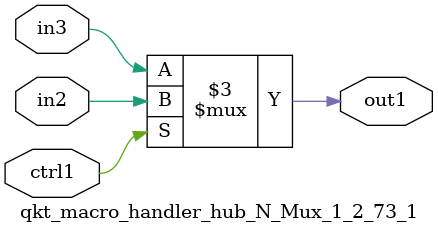
<source format=v>

`timescale 1ps / 1ps


module qkt_macro_handler_hub_N_Mux_1_2_73_1( in3, in2, ctrl1, out1 );

    input in3;
    input in2;
    input ctrl1;
    output out1;
    reg out1;

    
    // rtl_process:qkt_macro_handler_hub_N_Mux_1_2_73_1/qkt_macro_handler_hub_N_Mux_1_2_73_1_thread_1
    always @*
      begin : qkt_macro_handler_hub_N_Mux_1_2_73_1_thread_1
        case (ctrl1) 
          1'b1: 
            begin
              out1 = in2;
            end
          default: 
            begin
              out1 = in3;
            end
        endcase
      end

endmodule



</source>
